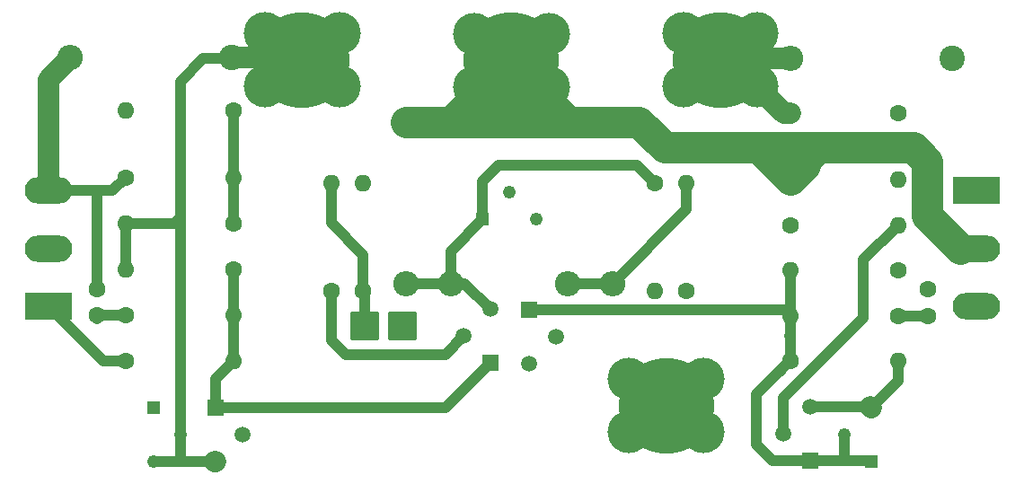
<source format=gbr>
%TF.GenerationSoftware,KiCad,Pcbnew,(6.0.0)*%
%TF.CreationDate,2022-07-31T18:03:17+01:00*%
%TF.ProjectId,PASS LABS F5,50415353-204c-4414-9253-2046352e6b69,rev?*%
%TF.SameCoordinates,Original*%
%TF.FileFunction,Copper,L1,Top*%
%TF.FilePolarity,Positive*%
%FSLAX46Y46*%
G04 Gerber Fmt 4.6, Leading zero omitted, Abs format (unit mm)*
G04 Created by KiCad (PCBNEW (6.0.0)) date 2022-07-31 18:03:17*
%MOMM*%
%LPD*%
G01*
G04 APERTURE LIST*
G04 Aperture macros list*
%AMRoundRect*
0 Rectangle with rounded corners*
0 $1 Rounding radius*
0 $2 $3 $4 $5 $6 $7 $8 $9 X,Y pos of 4 corners*
0 Add a 4 corners polygon primitive as box body*
4,1,4,$2,$3,$4,$5,$6,$7,$8,$9,$2,$3,0*
0 Add four circle primitives for the rounded corners*
1,1,$1+$1,$2,$3*
1,1,$1+$1,$4,$5*
1,1,$1+$1,$6,$7*
1,1,$1+$1,$8,$9*
0 Add four rect primitives between the rounded corners*
20,1,$1+$1,$2,$3,$4,$5,0*
20,1,$1+$1,$4,$5,$6,$7,0*
20,1,$1+$1,$6,$7,$8,$9,0*
20,1,$1+$1,$8,$9,$2,$3,0*%
G04 Aperture macros list end*
%TA.AperFunction,ComponentPad*%
%ADD10C,9.000000*%
%TD*%
%TA.AperFunction,ComponentPad*%
%ADD11C,4.000000*%
%TD*%
%TA.AperFunction,ComponentPad*%
%ADD12R,1.500000X1.500000*%
%TD*%
%TA.AperFunction,ComponentPad*%
%ADD13C,1.500000*%
%TD*%
%TA.AperFunction,ComponentPad*%
%ADD14C,1.600000*%
%TD*%
%TA.AperFunction,ComponentPad*%
%ADD15O,1.600000X1.600000*%
%TD*%
%TA.AperFunction,ComponentPad*%
%ADD16RoundRect,0.250000X-1.125000X-1.125000X1.125000X-1.125000X1.125000X1.125000X-1.125000X1.125000X0*%
%TD*%
%TA.AperFunction,ComponentPad*%
%ADD17C,2.400000*%
%TD*%
%TA.AperFunction,ComponentPad*%
%ADD18O,2.400000X2.400000*%
%TD*%
%TA.AperFunction,ComponentPad*%
%ADD19R,1.222000X1.222000*%
%TD*%
%TA.AperFunction,ComponentPad*%
%ADD20C,1.222000*%
%TD*%
%TA.AperFunction,ComponentPad*%
%ADD21R,4.500000X2.500000*%
%TD*%
%TA.AperFunction,ComponentPad*%
%ADD22O,4.500000X2.500000*%
%TD*%
%TA.AperFunction,Conductor*%
%ADD23C,2.000000*%
%TD*%
%TA.AperFunction,Conductor*%
%ADD24C,1.000000*%
%TD*%
%TA.AperFunction,Conductor*%
%ADD25C,3.000000*%
%TD*%
G04 APERTURE END LIST*
D10*
%TO.P,J5,1,Pin_1*%
%TO.N,GND*%
X131434800Y-91541100D03*
D11*
X134945200Y-89001100D03*
X127934800Y-89001100D03*
X134945200Y-94004900D03*
X127934800Y-94004900D03*
%TD*%
D10*
%TO.P,J1,1,Pin_1*%
%TO.N,/+23V*%
X97117931Y-58911100D03*
D11*
X100628331Y-61374900D03*
X93617931Y-61374900D03*
X93617931Y-56371100D03*
X100628331Y-56371100D03*
%TD*%
D12*
%TO.P,Q4,1,C*%
%TO.N,Net-(P3-Pad1)*%
X144980000Y-96710000D03*
D13*
%TO.P,Q4,2,B*%
%TO.N,Net-(Q4-Pad2)*%
X142440000Y-94170000D03*
%TO.P,Q4,3,E*%
%TO.N,/-23V*%
X144980000Y-91630000D03*
%TD*%
D14*
%TO.P,R4,1*%
%TO.N,Net-(P1-Pad1)*%
X130350000Y-70544167D03*
D15*
%TO.P,R4,2*%
%TO.N,GND*%
X130350000Y-80704167D03*
%TD*%
D16*
%TO.P,GND,1,Pin_1*%
%TO.N,GND*%
X106546816Y-84008923D03*
%TD*%
D14*
%TO.P,R3,1*%
%TO.N,Net-(P2-Pad1)*%
X90640000Y-78677992D03*
D15*
%TO.P,R3,2*%
%TO.N,/+23V*%
X80480000Y-78677992D03*
%TD*%
D17*
%TO.P,R10,1*%
%TO.N,/SPKOUT*%
X122179752Y-64760000D03*
D18*
%TO.P,R10,2*%
%TO.N,Net-(P1-Pad3)*%
X122179752Y-80000000D03*
%TD*%
D14*
%TO.P,R1,1*%
%TO.N,Net-(J4-Pad1)*%
X102870000Y-80704167D03*
D15*
%TO.P,R1,2*%
%TO.N,GND*%
X102870000Y-70544167D03*
%TD*%
D17*
%TO.P,R21,1*%
%TO.N,/+23V*%
X90513432Y-58710000D03*
D18*
%TO.P,R21,2*%
%TO.N,/Q5_3*%
X75273432Y-58710000D03*
%TD*%
D14*
%TO.P,TH1,1*%
%TO.N,Net-(R15-Pad1)*%
X156060000Y-83030000D03*
%TO.P,TH1,2*%
%TO.N,/Q6_3*%
X156060000Y-80530000D03*
%TD*%
D17*
%TO.P,R22,1*%
%TO.N,/Q6_3*%
X158362097Y-58790000D03*
D18*
%TO.P,R22,2*%
%TO.N,/-23V*%
X143122097Y-58790000D03*
%TD*%
D19*
%TO.P,P1,1,1*%
%TO.N,Net-(P1-Pad1)*%
X114130000Y-73960000D03*
D20*
%TO.P,P1,2,2*%
%TO.N,GND*%
X116670000Y-71420000D03*
%TO.P,P1,3,3*%
%TO.N,Net-(P1-Pad3)*%
X119210000Y-73960000D03*
%TD*%
D12*
%TO.P,Q2,1,S*%
%TO.N,Net-(P3-Pad1)*%
X118490000Y-82475205D03*
D13*
%TO.P,Q2,2,G*%
%TO.N,/INPUT*%
X121030000Y-85015205D03*
%TO.P,Q2,3,D*%
%TO.N,Net-(P1-Pad3)*%
X118490000Y-87555205D03*
%TD*%
D14*
%TO.P,R16,1*%
%TO.N,Net-(Q4-Pad2)*%
X153270000Y-63940000D03*
D15*
%TO.P,R16,2*%
%TO.N,/-23V*%
X143110000Y-63940000D03*
%TD*%
D14*
%TO.P,R5,1*%
%TO.N,GND*%
X133360000Y-80704167D03*
D15*
%TO.P,R5,2*%
%TO.N,Net-(P1-Pad3)*%
X133360000Y-70544167D03*
%TD*%
D12*
%TO.P,Q3,1,C*%
%TO.N,Net-(P2-Pad1)*%
X88960000Y-91736439D03*
D13*
%TO.P,Q3,2,B*%
%TO.N,Net-(Q3-Pad2)*%
X91500000Y-94276439D03*
%TO.P,Q3,3,E*%
%TO.N,/+23V*%
X88960000Y-96816439D03*
%TD*%
D17*
%TO.P,R8,1*%
%TO.N,/SPKOUT*%
X106907820Y-64760000D03*
D18*
%TO.P,R8,2*%
%TO.N,Net-(P1-Pad1)*%
X106907820Y-80000000D03*
%TD*%
D14*
%TO.P,R14,1*%
%TO.N,Net-(R14-Pad1)*%
X80480000Y-83001463D03*
D15*
%TO.P,R14,2*%
%TO.N,Net-(P2-Pad1)*%
X90640000Y-83001463D03*
%TD*%
D14*
%TO.P,R2,1*%
%TO.N,/INPUT*%
X99850000Y-80704167D03*
D15*
%TO.P,R2,2*%
%TO.N,Net-(J4-Pad1)*%
X99850000Y-70544167D03*
%TD*%
D19*
%TO.P,P2,1,1*%
%TO.N,Net-(P2-Pad1)*%
X83110000Y-91666439D03*
D20*
%TO.P,P2,2,2*%
%TO.N,/+23V*%
X85650000Y-94206439D03*
%TO.P,P2,3,3*%
X83110000Y-96746439D03*
%TD*%
D21*
%TO.P,Q6,1,G*%
%TO.N,Net-(Q6-Pad1)*%
X160642908Y-71259143D03*
D22*
%TO.P,Q6,2,D*%
%TO.N,/SPKOUT*%
X160642908Y-76709143D03*
%TO.P,Q6,3,S*%
%TO.N,/Q6_3*%
X160642908Y-82159143D03*
%TD*%
D21*
%TO.P,Q5,1,G*%
%TO.N,Net-(Q5-Pad1)*%
X73190000Y-82159143D03*
D22*
%TO.P,Q5,2,D*%
%TO.N,/SPKOUT*%
X73190000Y-76709143D03*
%TO.P,Q5,3,S*%
%TO.N,/Q5_3*%
X73190000Y-71259143D03*
%TD*%
D16*
%TO.P,IN,1,Pin_1*%
%TO.N,Net-(J4-Pad1)*%
X102984332Y-84022966D03*
%TD*%
D17*
%TO.P,R9,1*%
%TO.N,/SPKOUT*%
X126375833Y-64760000D03*
D18*
%TO.P,R9,2*%
%TO.N,Net-(P1-Pad3)*%
X126375833Y-80000000D03*
%TD*%
D14*
%TO.P,R6,1*%
%TO.N,Net-(P3-Pad1)*%
X143107426Y-87317357D03*
D15*
%TO.P,R6,2*%
%TO.N,/-23V*%
X153267426Y-87317357D03*
%TD*%
D14*
%TO.P,R12,1*%
%TO.N,/SPKOUT*%
X143107426Y-70223471D03*
D15*
%TO.P,R12,2*%
%TO.N,Net-(Q4-Pad2)*%
X153267426Y-70223471D03*
%TD*%
D11*
%TO.P,J3,1,Pin_1*%
%TO.N,/SPKOUT*%
X113319600Y-56466200D03*
X120330000Y-56466200D03*
X113319600Y-61470000D03*
X120330000Y-61470000D03*
D10*
X116830000Y-58930000D03*
%TD*%
D14*
%TO.P,R19,1*%
%TO.N,/Q5_3*%
X80488607Y-70031050D03*
D15*
%TO.P,R19,2*%
%TO.N,Net-(Q3-Pad2)*%
X90648607Y-70031050D03*
%TD*%
D14*
%TO.P,R13,1*%
%TO.N,Net-(Q3-Pad2)*%
X90648607Y-74354521D03*
D15*
%TO.P,R13,2*%
%TO.N,/+23V*%
X80488607Y-74354521D03*
%TD*%
D14*
%TO.P,R11,1*%
%TO.N,Net-(Q3-Pad2)*%
X90651233Y-63700000D03*
D15*
%TO.P,R11,2*%
%TO.N,/SPKOUT*%
X80491233Y-63700000D03*
%TD*%
D14*
%TO.P,TH2,1*%
%TO.N,Net-(R14-Pad1)*%
X77800000Y-83000000D03*
%TO.P,TH2,2*%
%TO.N,/Q5_3*%
X77800000Y-80500000D03*
%TD*%
%TO.P,R15,1*%
%TO.N,Net-(R15-Pad1)*%
X153267426Y-83043884D03*
D15*
%TO.P,R15,2*%
%TO.N,Net-(P3-Pad1)*%
X143107426Y-83043884D03*
%TD*%
D12*
%TO.P,Q1,1,D*%
%TO.N,Net-(P2-Pad1)*%
X114890000Y-87515205D03*
D13*
%TO.P,Q1,2,G*%
%TO.N,/INPUT*%
X112350000Y-84975205D03*
%TO.P,Q1,3,S*%
%TO.N,Net-(P1-Pad1)*%
X114890000Y-82435205D03*
%TD*%
D11*
%TO.P,J2,1,Pin_1*%
%TO.N,/-23V*%
X133046470Y-56371100D03*
X133046470Y-61374900D03*
D10*
X136546470Y-58911100D03*
D11*
X140056870Y-56371100D03*
X140056870Y-61374900D03*
%TD*%
D14*
%TO.P,R20,1*%
%TO.N,/Q6_3*%
X143107426Y-74496942D03*
D15*
%TO.P,R20,2*%
%TO.N,Net-(Q4-Pad2)*%
X153267426Y-74496942D03*
%TD*%
D14*
%TO.P,R17,1*%
%TO.N,Net-(Q6-Pad1)*%
X153267426Y-78770413D03*
D15*
%TO.P,R17,2*%
%TO.N,Net-(P3-Pad1)*%
X143107426Y-78770413D03*
%TD*%
D19*
%TO.P,P3,1,1*%
%TO.N,Net-(P3-Pad1)*%
X150760000Y-96780000D03*
D20*
%TO.P,P3,2,2*%
X148220000Y-94240000D03*
%TO.P,P3,3,3*%
%TO.N,/-23V*%
X150760000Y-91700000D03*
%TD*%
D17*
%TO.P,R7,1*%
%TO.N,/SPKOUT*%
X111103902Y-64760000D03*
D18*
%TO.P,R7,2*%
%TO.N,Net-(P1-Pad1)*%
X111103902Y-80000000D03*
%TD*%
D14*
%TO.P,R18,1*%
%TO.N,Net-(Q5-Pad1)*%
X80488607Y-87324936D03*
D15*
%TO.P,R18,2*%
%TO.N,Net-(P2-Pad1)*%
X90648607Y-87324936D03*
%TD*%
D23*
%TO.N,/+23V*%
X99927383Y-58808100D02*
X100128483Y-59009200D01*
D24*
X80488607Y-74354521D02*
X80488607Y-78669385D01*
X85650000Y-83570000D02*
X85650000Y-73790000D01*
X85746439Y-96746439D02*
X85650000Y-96650000D01*
D23*
X96916831Y-58710000D02*
X97117931Y-58911100D01*
D24*
X80488607Y-78669385D02*
X80480000Y-78677992D01*
D23*
X88890000Y-96746439D02*
X88960000Y-96816439D01*
D24*
X83110000Y-96746439D02*
X85746439Y-96746439D01*
X85650000Y-60950000D02*
X87791900Y-58808100D01*
X85650000Y-88162856D02*
X85650000Y-94206439D01*
X85080000Y-74360000D02*
X85650000Y-73790000D01*
X85650000Y-88162856D02*
X85650000Y-83570000D01*
X87791900Y-58808100D02*
X90400301Y-58808100D01*
X85650000Y-73790000D02*
X85650000Y-60950000D01*
X85650000Y-96650000D02*
X85650000Y-94206439D01*
X85699814Y-94256253D02*
X85650000Y-94206439D01*
D23*
X90513432Y-58710000D02*
X96916831Y-58710000D01*
D24*
X80488607Y-74360000D02*
X85080000Y-74360000D01*
X85746439Y-96746439D02*
X88890000Y-96746439D01*
D23*
%TO.N,/-23V*%
X143122097Y-58790000D02*
X141530000Y-58790000D01*
X141530000Y-58790000D02*
X136747570Y-58790000D01*
D24*
X144980000Y-91630000D02*
X150690000Y-91630000D01*
D23*
X143110000Y-63940000D02*
X142541970Y-63940000D01*
X136747570Y-58790000D02*
X136546470Y-58991100D01*
D24*
X153267426Y-87317357D02*
X153267426Y-89192574D01*
D23*
X150690000Y-91630000D02*
X150760000Y-91700000D01*
D24*
X153267426Y-89192574D02*
X150760000Y-91700000D01*
D23*
X135659204Y-58808100D02*
X135458104Y-59009200D01*
X142541970Y-63940000D02*
X140056870Y-61454900D01*
D25*
%TO.N,/SPKOUT*%
X116609600Y-64760000D02*
X117040000Y-64760000D01*
X113319600Y-62544302D02*
X111103902Y-64760000D01*
X120330000Y-61470000D02*
X120330000Y-62910248D01*
X126375833Y-64760000D02*
X128870000Y-64760000D01*
X128870000Y-64760000D02*
X131300000Y-67190000D01*
X113319600Y-61470000D02*
X116609600Y-64760000D01*
X139360000Y-67190000D02*
X139700000Y-67190000D01*
X143107426Y-70223471D02*
X140073955Y-67190000D01*
X145690000Y-67190000D02*
X154710000Y-67190000D01*
X120330000Y-62910248D02*
X122179752Y-64760000D01*
X113319600Y-61470000D02*
X113319600Y-62544302D01*
X156030000Y-68510000D02*
X156030000Y-73560000D01*
X116090000Y-64760000D02*
X126375833Y-64760000D01*
D23*
X145690000Y-67640897D02*
X145690000Y-67190000D01*
D25*
X143107426Y-70223471D02*
X144460000Y-68870897D01*
X140073955Y-67190000D02*
X139700000Y-67190000D01*
D23*
X140073955Y-67190000D02*
X139360000Y-67190000D01*
D25*
X139700000Y-67190000D02*
X144420000Y-67190000D01*
X106907820Y-64760000D02*
X111103902Y-64760000D01*
X156030000Y-73560000D02*
X159179143Y-76709143D01*
X120330000Y-61470000D02*
X117040000Y-64760000D01*
X144460000Y-68870897D02*
X144460000Y-68420000D01*
X131300000Y-67190000D02*
X139360000Y-67190000D01*
X117040000Y-64760000D02*
X116090000Y-64760000D01*
X144460000Y-68420000D02*
X145690000Y-67190000D01*
X154710000Y-67190000D02*
X156030000Y-68510000D01*
X144420000Y-67190000D02*
X145690000Y-67190000D01*
X106907820Y-64760000D02*
X116090000Y-64760000D01*
X126375833Y-64760000D02*
X122179752Y-64760000D01*
D24*
%TO.N,Net-(J4-Pad1)*%
X99850000Y-70544167D02*
X99850000Y-74270000D01*
X102984332Y-84022966D02*
X102984332Y-80818499D01*
X102870000Y-77290000D02*
X102870000Y-80704167D01*
X102984332Y-80818499D02*
X102870000Y-80704167D01*
X99850000Y-74270000D02*
X102870000Y-77290000D01*
%TO.N,Net-(P1-Pad1)*%
X128635833Y-68830000D02*
X115640000Y-68830000D01*
X111103902Y-76986098D02*
X114130000Y-73960000D01*
X112454795Y-80000000D02*
X114890000Y-82435205D01*
X115640000Y-68830000D02*
X114130000Y-70340000D01*
X130350000Y-70544167D02*
X130344167Y-70544167D01*
X111103902Y-80000000D02*
X106907820Y-80000000D01*
X114130000Y-70340000D02*
X114130000Y-73960000D01*
X111103902Y-80000000D02*
X111103902Y-76986098D01*
X111103902Y-80000000D02*
X112454795Y-80000000D01*
X130350000Y-70544167D02*
X128635833Y-68830000D01*
%TO.N,Net-(P1-Pad3)*%
X122179752Y-80000000D02*
X126375833Y-80000000D01*
X133360000Y-73015833D02*
X133360000Y-71510000D01*
X133360000Y-71510000D02*
X133360000Y-70544167D01*
X126375833Y-80000000D02*
X133360000Y-73015833D01*
%TO.N,Net-(P2-Pad1)*%
X90690000Y-85150000D02*
X90648607Y-85191393D01*
X90838876Y-87515205D02*
X90648607Y-87324936D01*
X110668766Y-91736439D02*
X114890000Y-87515205D01*
X90648607Y-83001463D02*
X90648607Y-78750000D01*
X88970000Y-89003543D02*
X90648607Y-87324936D01*
X88970000Y-91140000D02*
X88970000Y-89003543D01*
X90648607Y-83001463D02*
X90648607Y-85191393D01*
X88960000Y-91736439D02*
X110668766Y-91736439D01*
X90648607Y-85191393D02*
X90648607Y-87324936D01*
%TO.N,Net-(P3-Pad1)*%
X148220000Y-96630000D02*
X148220000Y-94240000D01*
X144980000Y-96710000D02*
X148140000Y-96710000D01*
X143107426Y-84842574D02*
X143107426Y-87317357D01*
X118490000Y-82475205D02*
X142499647Y-82475205D01*
X144980000Y-96710000D02*
X141460000Y-96710000D01*
X143107426Y-78770413D02*
X143107426Y-81867426D01*
X141460000Y-96710000D02*
X139970000Y-95220000D01*
X143107426Y-87317357D02*
X142572392Y-87852392D01*
X148140000Y-96710000D02*
X150690000Y-96710000D01*
X143107426Y-81867426D02*
X143107426Y-84842574D01*
X142572392Y-87852392D02*
X139970000Y-90454783D01*
X150690000Y-96710000D02*
X150760000Y-96780000D01*
X143030000Y-84920000D02*
X143107426Y-84842574D01*
X139970000Y-95220000D02*
X139970000Y-90620000D01*
X139970000Y-90454783D02*
X139970000Y-90620000D01*
X142134784Y-88290000D02*
X142572392Y-87852392D01*
X148140000Y-96710000D02*
X148220000Y-96630000D01*
%TO.N,/INPUT*%
X99850000Y-80704167D02*
X99850000Y-85380000D01*
X110595205Y-86730000D02*
X112350000Y-84975205D01*
X101200000Y-86730000D02*
X110595205Y-86730000D01*
X99850000Y-85380000D02*
X101200000Y-86730000D01*
%TO.N,Net-(Q3-Pad2)*%
X90651233Y-65704953D02*
X90651233Y-63700000D01*
X90648607Y-65707579D02*
X90651233Y-65704953D01*
X90648607Y-70031050D02*
X90648607Y-74360000D01*
X90648607Y-65707579D02*
X90648607Y-70031050D01*
%TO.N,Net-(Q4-Pad2)*%
X142440000Y-94170000D02*
X142440000Y-90790000D01*
X150030000Y-77734368D02*
X153267426Y-74496942D01*
X150030000Y-83200000D02*
X150030000Y-78090000D01*
X142440000Y-90790000D02*
X149930000Y-83300000D01*
X150030000Y-78090000D02*
X150030000Y-77734368D01*
X149930000Y-83300000D02*
X150030000Y-83200000D01*
%TO.N,Net-(Q5-Pad1)*%
X80488607Y-87324936D02*
X78355793Y-87324936D01*
X78355793Y-87324936D02*
X73190000Y-82159143D01*
%TO.N,/Q5_3*%
X78410857Y-71259143D02*
X79260514Y-71259143D01*
X77810000Y-71860000D02*
X77810000Y-80790000D01*
D23*
X73190000Y-60778401D02*
X75160301Y-58808100D01*
D24*
X73190000Y-71259143D02*
X78410857Y-71259143D01*
X79260514Y-71259143D02*
X80488607Y-70031050D01*
D23*
X73190000Y-71259143D02*
X73190000Y-60778401D01*
D24*
%TO.N,Net-(R14-Pad1)*%
X78098537Y-83001463D02*
X77810000Y-83290000D01*
X80480000Y-83001463D02*
X78098537Y-83001463D01*
%TO.N,Net-(R15-Pad1)*%
X153267426Y-83043884D02*
X156046116Y-83043884D01*
X156046116Y-83043884D02*
X156060000Y-83030000D01*
%TD*%
M02*

</source>
